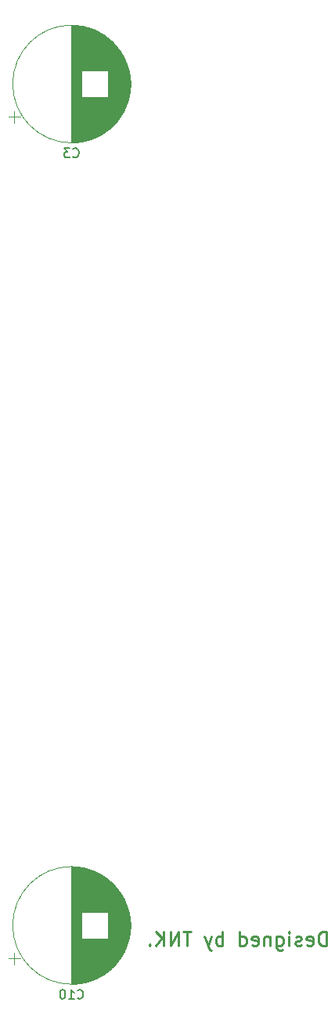
<source format=gbo>
G04 #@! TF.GenerationSoftware,KiCad,Pcbnew,(5.1.4)-1*
G04 #@! TF.CreationDate,2019-11-07T17:33:41+09:00*
G04 #@! TF.ProjectId,MotherBoard_PCIe,4d6f7468-6572-4426-9f61-72645f504349,rev?*
G04 #@! TF.SameCoordinates,Original*
G04 #@! TF.FileFunction,Legend,Bot*
G04 #@! TF.FilePolarity,Positive*
%FSLAX46Y46*%
G04 Gerber Fmt 4.6, Leading zero omitted, Abs format (unit mm)*
G04 Created by KiCad (PCBNEW (5.1.4)-1) date 2019-11-07 17:33:41*
%MOMM*%
%LPD*%
G04 APERTURE LIST*
%ADD10C,0.220000*%
%ADD11C,0.120000*%
%ADD12C,0.150000*%
G04 APERTURE END LIST*
D10*
X189535714Y-147678571D02*
X189535714Y-146178571D01*
X189178571Y-146178571D01*
X188964285Y-146250000D01*
X188821428Y-146392857D01*
X188750000Y-146535714D01*
X188678571Y-146821428D01*
X188678571Y-147035714D01*
X188750000Y-147321428D01*
X188821428Y-147464285D01*
X188964285Y-147607142D01*
X189178571Y-147678571D01*
X189535714Y-147678571D01*
X187464285Y-147607142D02*
X187607142Y-147678571D01*
X187892857Y-147678571D01*
X188035714Y-147607142D01*
X188107142Y-147464285D01*
X188107142Y-146892857D01*
X188035714Y-146750000D01*
X187892857Y-146678571D01*
X187607142Y-146678571D01*
X187464285Y-146750000D01*
X187392857Y-146892857D01*
X187392857Y-147035714D01*
X188107142Y-147178571D01*
X186821428Y-147607142D02*
X186678571Y-147678571D01*
X186392857Y-147678571D01*
X186250000Y-147607142D01*
X186178571Y-147464285D01*
X186178571Y-147392857D01*
X186250000Y-147250000D01*
X186392857Y-147178571D01*
X186607142Y-147178571D01*
X186750000Y-147107142D01*
X186821428Y-146964285D01*
X186821428Y-146892857D01*
X186750000Y-146750000D01*
X186607142Y-146678571D01*
X186392857Y-146678571D01*
X186250000Y-146750000D01*
X185535714Y-147678571D02*
X185535714Y-146678571D01*
X185535714Y-146178571D02*
X185607142Y-146250000D01*
X185535714Y-146321428D01*
X185464285Y-146250000D01*
X185535714Y-146178571D01*
X185535714Y-146321428D01*
X184178571Y-146678571D02*
X184178571Y-147892857D01*
X184250000Y-148035714D01*
X184321428Y-148107142D01*
X184464285Y-148178571D01*
X184678571Y-148178571D01*
X184821428Y-148107142D01*
X184178571Y-147607142D02*
X184321428Y-147678571D01*
X184607142Y-147678571D01*
X184750000Y-147607142D01*
X184821428Y-147535714D01*
X184892857Y-147392857D01*
X184892857Y-146964285D01*
X184821428Y-146821428D01*
X184750000Y-146750000D01*
X184607142Y-146678571D01*
X184321428Y-146678571D01*
X184178571Y-146750000D01*
X183464285Y-146678571D02*
X183464285Y-147678571D01*
X183464285Y-146821428D02*
X183392857Y-146750000D01*
X183250000Y-146678571D01*
X183035714Y-146678571D01*
X182892857Y-146750000D01*
X182821428Y-146892857D01*
X182821428Y-147678571D01*
X181535714Y-147607142D02*
X181678571Y-147678571D01*
X181964285Y-147678571D01*
X182107142Y-147607142D01*
X182178571Y-147464285D01*
X182178571Y-146892857D01*
X182107142Y-146750000D01*
X181964285Y-146678571D01*
X181678571Y-146678571D01*
X181535714Y-146750000D01*
X181464285Y-146892857D01*
X181464285Y-147035714D01*
X182178571Y-147178571D01*
X180178571Y-147678571D02*
X180178571Y-146178571D01*
X180178571Y-147607142D02*
X180321428Y-147678571D01*
X180607142Y-147678571D01*
X180750000Y-147607142D01*
X180821428Y-147535714D01*
X180892857Y-147392857D01*
X180892857Y-146964285D01*
X180821428Y-146821428D01*
X180750000Y-146750000D01*
X180607142Y-146678571D01*
X180321428Y-146678571D01*
X180178571Y-146750000D01*
X178321428Y-147678571D02*
X178321428Y-146178571D01*
X178321428Y-146750000D02*
X178178571Y-146678571D01*
X177892857Y-146678571D01*
X177750000Y-146750000D01*
X177678571Y-146821428D01*
X177607142Y-146964285D01*
X177607142Y-147392857D01*
X177678571Y-147535714D01*
X177750000Y-147607142D01*
X177892857Y-147678571D01*
X178178571Y-147678571D01*
X178321428Y-147607142D01*
X177107142Y-146678571D02*
X176750000Y-147678571D01*
X176392857Y-146678571D02*
X176750000Y-147678571D01*
X176892857Y-148035714D01*
X176964285Y-148107142D01*
X177107142Y-148178571D01*
X174892857Y-146178571D02*
X174035714Y-146178571D01*
X174464285Y-147678571D02*
X174464285Y-146178571D01*
X173535714Y-147678571D02*
X173535714Y-146178571D01*
X172678571Y-147678571D01*
X172678571Y-146178571D01*
X171964285Y-147678571D02*
X171964285Y-146178571D01*
X171107142Y-147678571D02*
X171750000Y-146821428D01*
X171107142Y-146178571D02*
X171964285Y-147035714D01*
X170464285Y-147535714D02*
X170392857Y-147607142D01*
X170464285Y-147678571D01*
X170535714Y-147607142D01*
X170464285Y-147535714D01*
X170464285Y-147678571D01*
D11*
X168370000Y-145500000D02*
G75*
G03X168370000Y-145500000I-6370000J0D01*
G01*
X162000000Y-151830000D02*
X162000000Y-139170000D01*
X162040000Y-151830000D02*
X162040000Y-139170000D01*
X162080000Y-151830000D02*
X162080000Y-139170000D01*
X162120000Y-151829000D02*
X162120000Y-139171000D01*
X162160000Y-151828000D02*
X162160000Y-139172000D01*
X162200000Y-151827000D02*
X162200000Y-139173000D01*
X162240000Y-151826000D02*
X162240000Y-139174000D01*
X162280000Y-151824000D02*
X162280000Y-139176000D01*
X162320000Y-151822000D02*
X162320000Y-139178000D01*
X162360000Y-151820000D02*
X162360000Y-139180000D01*
X162400000Y-151818000D02*
X162400000Y-139182000D01*
X162440000Y-151815000D02*
X162440000Y-139185000D01*
X162480000Y-151812000D02*
X162480000Y-139188000D01*
X162520000Y-151809000D02*
X162520000Y-139191000D01*
X162560000Y-151806000D02*
X162560000Y-139194000D01*
X162600000Y-151802000D02*
X162600000Y-139198000D01*
X162640000Y-151798000D02*
X162640000Y-139202000D01*
X162680000Y-151794000D02*
X162680000Y-139206000D01*
X162721000Y-151790000D02*
X162721000Y-139210000D01*
X162761000Y-151785000D02*
X162761000Y-139215000D01*
X162801000Y-151780000D02*
X162801000Y-139220000D01*
X162841000Y-151775000D02*
X162841000Y-139225000D01*
X162881000Y-151769000D02*
X162881000Y-139231000D01*
X162921000Y-151764000D02*
X162921000Y-139236000D01*
X162961000Y-151758000D02*
X162961000Y-139242000D01*
X163001000Y-151752000D02*
X163001000Y-139248000D01*
X163041000Y-151745000D02*
X163041000Y-139255000D01*
X163081000Y-151738000D02*
X163081000Y-146940000D01*
X163081000Y-144060000D02*
X163081000Y-139262000D01*
X163121000Y-151731000D02*
X163121000Y-146940000D01*
X163121000Y-144060000D02*
X163121000Y-139269000D01*
X163161000Y-151724000D02*
X163161000Y-146940000D01*
X163161000Y-144060000D02*
X163161000Y-139276000D01*
X163201000Y-151716000D02*
X163201000Y-146940000D01*
X163201000Y-144060000D02*
X163201000Y-139284000D01*
X163241000Y-151709000D02*
X163241000Y-146940000D01*
X163241000Y-144060000D02*
X163241000Y-139291000D01*
X163281000Y-151701000D02*
X163281000Y-146940000D01*
X163281000Y-144060000D02*
X163281000Y-139299000D01*
X163321000Y-151692000D02*
X163321000Y-146940000D01*
X163321000Y-144060000D02*
X163321000Y-139308000D01*
X163361000Y-151684000D02*
X163361000Y-146940000D01*
X163361000Y-144060000D02*
X163361000Y-139316000D01*
X163401000Y-151675000D02*
X163401000Y-146940000D01*
X163401000Y-144060000D02*
X163401000Y-139325000D01*
X163441000Y-151666000D02*
X163441000Y-146940000D01*
X163441000Y-144060000D02*
X163441000Y-139334000D01*
X163481000Y-151656000D02*
X163481000Y-146940000D01*
X163481000Y-144060000D02*
X163481000Y-139344000D01*
X163521000Y-151646000D02*
X163521000Y-146940000D01*
X163521000Y-144060000D02*
X163521000Y-139354000D01*
X163561000Y-151637000D02*
X163561000Y-146940000D01*
X163561000Y-144060000D02*
X163561000Y-139363000D01*
X163601000Y-151626000D02*
X163601000Y-146940000D01*
X163601000Y-144060000D02*
X163601000Y-139374000D01*
X163641000Y-151616000D02*
X163641000Y-146940000D01*
X163641000Y-144060000D02*
X163641000Y-139384000D01*
X163681000Y-151605000D02*
X163681000Y-146940000D01*
X163681000Y-144060000D02*
X163681000Y-139395000D01*
X163721000Y-151594000D02*
X163721000Y-146940000D01*
X163721000Y-144060000D02*
X163721000Y-139406000D01*
X163761000Y-151583000D02*
X163761000Y-146940000D01*
X163761000Y-144060000D02*
X163761000Y-139417000D01*
X163801000Y-151571000D02*
X163801000Y-146940000D01*
X163801000Y-144060000D02*
X163801000Y-139429000D01*
X163841000Y-151559000D02*
X163841000Y-146940000D01*
X163841000Y-144060000D02*
X163841000Y-139441000D01*
X163881000Y-151547000D02*
X163881000Y-146940000D01*
X163881000Y-144060000D02*
X163881000Y-139453000D01*
X163921000Y-151534000D02*
X163921000Y-146940000D01*
X163921000Y-144060000D02*
X163921000Y-139466000D01*
X163961000Y-151521000D02*
X163961000Y-146940000D01*
X163961000Y-144060000D02*
X163961000Y-139479000D01*
X164001000Y-151508000D02*
X164001000Y-146940000D01*
X164001000Y-144060000D02*
X164001000Y-139492000D01*
X164041000Y-151495000D02*
X164041000Y-146940000D01*
X164041000Y-144060000D02*
X164041000Y-139505000D01*
X164081000Y-151481000D02*
X164081000Y-146940000D01*
X164081000Y-144060000D02*
X164081000Y-139519000D01*
X164121000Y-151467000D02*
X164121000Y-146940000D01*
X164121000Y-144060000D02*
X164121000Y-139533000D01*
X164161000Y-151453000D02*
X164161000Y-146940000D01*
X164161000Y-144060000D02*
X164161000Y-139547000D01*
X164201000Y-151439000D02*
X164201000Y-146940000D01*
X164201000Y-144060000D02*
X164201000Y-139561000D01*
X164241000Y-151424000D02*
X164241000Y-146940000D01*
X164241000Y-144060000D02*
X164241000Y-139576000D01*
X164281000Y-151408000D02*
X164281000Y-146940000D01*
X164281000Y-144060000D02*
X164281000Y-139592000D01*
X164321000Y-151393000D02*
X164321000Y-146940000D01*
X164321000Y-144060000D02*
X164321000Y-139607000D01*
X164361000Y-151377000D02*
X164361000Y-146940000D01*
X164361000Y-144060000D02*
X164361000Y-139623000D01*
X164401000Y-151361000D02*
X164401000Y-146940000D01*
X164401000Y-144060000D02*
X164401000Y-139639000D01*
X164441000Y-151345000D02*
X164441000Y-146940000D01*
X164441000Y-144060000D02*
X164441000Y-139655000D01*
X164481000Y-151328000D02*
X164481000Y-146940000D01*
X164481000Y-144060000D02*
X164481000Y-139672000D01*
X164521000Y-151311000D02*
X164521000Y-146940000D01*
X164521000Y-144060000D02*
X164521000Y-139689000D01*
X164561000Y-151293000D02*
X164561000Y-146940000D01*
X164561000Y-144060000D02*
X164561000Y-139707000D01*
X164601000Y-151276000D02*
X164601000Y-146940000D01*
X164601000Y-144060000D02*
X164601000Y-139724000D01*
X164641000Y-151258000D02*
X164641000Y-146940000D01*
X164641000Y-144060000D02*
X164641000Y-139742000D01*
X164681000Y-151239000D02*
X164681000Y-146940000D01*
X164681000Y-144060000D02*
X164681000Y-139761000D01*
X164721000Y-151221000D02*
X164721000Y-146940000D01*
X164721000Y-144060000D02*
X164721000Y-139779000D01*
X164761000Y-151202000D02*
X164761000Y-146940000D01*
X164761000Y-144060000D02*
X164761000Y-139798000D01*
X164801000Y-151182000D02*
X164801000Y-146940000D01*
X164801000Y-144060000D02*
X164801000Y-139818000D01*
X164841000Y-151162000D02*
X164841000Y-146940000D01*
X164841000Y-144060000D02*
X164841000Y-139838000D01*
X164881000Y-151142000D02*
X164881000Y-146940000D01*
X164881000Y-144060000D02*
X164881000Y-139858000D01*
X164921000Y-151122000D02*
X164921000Y-146940000D01*
X164921000Y-144060000D02*
X164921000Y-139878000D01*
X164961000Y-151101000D02*
X164961000Y-146940000D01*
X164961000Y-144060000D02*
X164961000Y-139899000D01*
X165001000Y-151080000D02*
X165001000Y-146940000D01*
X165001000Y-144060000D02*
X165001000Y-139920000D01*
X165041000Y-151058000D02*
X165041000Y-146940000D01*
X165041000Y-144060000D02*
X165041000Y-139942000D01*
X165081000Y-151036000D02*
X165081000Y-146940000D01*
X165081000Y-144060000D02*
X165081000Y-139964000D01*
X165121000Y-151014000D02*
X165121000Y-146940000D01*
X165121000Y-144060000D02*
X165121000Y-139986000D01*
X165161000Y-150991000D02*
X165161000Y-146940000D01*
X165161000Y-144060000D02*
X165161000Y-140009000D01*
X165201000Y-150968000D02*
X165201000Y-146940000D01*
X165201000Y-144060000D02*
X165201000Y-140032000D01*
X165241000Y-150945000D02*
X165241000Y-146940000D01*
X165241000Y-144060000D02*
X165241000Y-140055000D01*
X165281000Y-150921000D02*
X165281000Y-146940000D01*
X165281000Y-144060000D02*
X165281000Y-140079000D01*
X165321000Y-150897000D02*
X165321000Y-146940000D01*
X165321000Y-144060000D02*
X165321000Y-140103000D01*
X165361000Y-150872000D02*
X165361000Y-146940000D01*
X165361000Y-144060000D02*
X165361000Y-140128000D01*
X165401000Y-150847000D02*
X165401000Y-146940000D01*
X165401000Y-144060000D02*
X165401000Y-140153000D01*
X165441000Y-150822000D02*
X165441000Y-146940000D01*
X165441000Y-144060000D02*
X165441000Y-140178000D01*
X165481000Y-150796000D02*
X165481000Y-146940000D01*
X165481000Y-144060000D02*
X165481000Y-140204000D01*
X165521000Y-150770000D02*
X165521000Y-146940000D01*
X165521000Y-144060000D02*
X165521000Y-140230000D01*
X165561000Y-150743000D02*
X165561000Y-146940000D01*
X165561000Y-144060000D02*
X165561000Y-140257000D01*
X165601000Y-150716000D02*
X165601000Y-146940000D01*
X165601000Y-144060000D02*
X165601000Y-140284000D01*
X165641000Y-150688000D02*
X165641000Y-146940000D01*
X165641000Y-144060000D02*
X165641000Y-140312000D01*
X165681000Y-150660000D02*
X165681000Y-146940000D01*
X165681000Y-144060000D02*
X165681000Y-140340000D01*
X165721000Y-150631000D02*
X165721000Y-146940000D01*
X165721000Y-144060000D02*
X165721000Y-140369000D01*
X165761000Y-150602000D02*
X165761000Y-146940000D01*
X165761000Y-144060000D02*
X165761000Y-140398000D01*
X165801000Y-150573000D02*
X165801000Y-146940000D01*
X165801000Y-144060000D02*
X165801000Y-140427000D01*
X165841000Y-150543000D02*
X165841000Y-146940000D01*
X165841000Y-144060000D02*
X165841000Y-140457000D01*
X165881000Y-150512000D02*
X165881000Y-146940000D01*
X165881000Y-144060000D02*
X165881000Y-140488000D01*
X165921000Y-150482000D02*
X165921000Y-146940000D01*
X165921000Y-144060000D02*
X165921000Y-140518000D01*
X165961000Y-150450000D02*
X165961000Y-140550000D01*
X166001000Y-150418000D02*
X166001000Y-140582000D01*
X166041000Y-150385000D02*
X166041000Y-140615000D01*
X166081000Y-150352000D02*
X166081000Y-140648000D01*
X166121000Y-150319000D02*
X166121000Y-140681000D01*
X166161000Y-150285000D02*
X166161000Y-140715000D01*
X166201000Y-150250000D02*
X166201000Y-140750000D01*
X166241000Y-150214000D02*
X166241000Y-140786000D01*
X166281000Y-150178000D02*
X166281000Y-140822000D01*
X166321000Y-150142000D02*
X166321000Y-140858000D01*
X166361000Y-150105000D02*
X166361000Y-140895000D01*
X166401000Y-150067000D02*
X166401000Y-140933000D01*
X166441000Y-150028000D02*
X166441000Y-140972000D01*
X166481000Y-149989000D02*
X166481000Y-141011000D01*
X166521000Y-149949000D02*
X166521000Y-141051000D01*
X166561000Y-149908000D02*
X166561000Y-141092000D01*
X166601000Y-149867000D02*
X166601000Y-141133000D01*
X166641000Y-149825000D02*
X166641000Y-141175000D01*
X166681000Y-149782000D02*
X166681000Y-141218000D01*
X166721000Y-149738000D02*
X166721000Y-141262000D01*
X166761000Y-149694000D02*
X166761000Y-141306000D01*
X166801000Y-149648000D02*
X166801000Y-141352000D01*
X166841000Y-149602000D02*
X166841000Y-141398000D01*
X166881000Y-149555000D02*
X166881000Y-141445000D01*
X166921000Y-149507000D02*
X166921000Y-141493000D01*
X166961000Y-149457000D02*
X166961000Y-141543000D01*
X167001000Y-149407000D02*
X167001000Y-141593000D01*
X167041000Y-149356000D02*
X167041000Y-141644000D01*
X167081000Y-149304000D02*
X167081000Y-141696000D01*
X167121000Y-149250000D02*
X167121000Y-141750000D01*
X167161000Y-149196000D02*
X167161000Y-141804000D01*
X167201000Y-149140000D02*
X167201000Y-141860000D01*
X167241000Y-149083000D02*
X167241000Y-141917000D01*
X167281000Y-149024000D02*
X167281000Y-141976000D01*
X167321000Y-148964000D02*
X167321000Y-142036000D01*
X167361000Y-148902000D02*
X167361000Y-142098000D01*
X167401000Y-148839000D02*
X167401000Y-142161000D01*
X167441000Y-148775000D02*
X167441000Y-142225000D01*
X167481000Y-148708000D02*
X167481000Y-142292000D01*
X167521000Y-148640000D02*
X167521000Y-142360000D01*
X167561000Y-148569000D02*
X167561000Y-142431000D01*
X167601000Y-148496000D02*
X167601000Y-142504000D01*
X167641000Y-148421000D02*
X167641000Y-142579000D01*
X167681000Y-148344000D02*
X167681000Y-142656000D01*
X167721000Y-148264000D02*
X167721000Y-142736000D01*
X167761000Y-148181000D02*
X167761000Y-142819000D01*
X167801000Y-148094000D02*
X167801000Y-142906000D01*
X167841000Y-148004000D02*
X167841000Y-142996000D01*
X167881000Y-147910000D02*
X167881000Y-143090000D01*
X167921000Y-147812000D02*
X167921000Y-143188000D01*
X167961000Y-147709000D02*
X167961000Y-143291000D01*
X168001000Y-147600000D02*
X168001000Y-143400000D01*
X168041000Y-147484000D02*
X168041000Y-143516000D01*
X168081000Y-147361000D02*
X168081000Y-143639000D01*
X168121000Y-147228000D02*
X168121000Y-143772000D01*
X168161000Y-147083000D02*
X168161000Y-143917000D01*
X168201000Y-146922000D02*
X168201000Y-144078000D01*
X168241000Y-146741000D02*
X168241000Y-144259000D01*
X168281000Y-146528000D02*
X168281000Y-144472000D01*
X168321000Y-146257000D02*
X168321000Y-144743000D01*
X168361000Y-145817000D02*
X168361000Y-145183000D01*
X155182918Y-149075000D02*
X156432918Y-149075000D01*
X155807918Y-149700000D02*
X155807918Y-148450000D01*
X168370000Y-54500000D02*
G75*
G03X168370000Y-54500000I-6370000J0D01*
G01*
X162000000Y-60830000D02*
X162000000Y-48170000D01*
X162040000Y-60830000D02*
X162040000Y-48170000D01*
X162080000Y-60830000D02*
X162080000Y-48170000D01*
X162120000Y-60829000D02*
X162120000Y-48171000D01*
X162160000Y-60828000D02*
X162160000Y-48172000D01*
X162200000Y-60827000D02*
X162200000Y-48173000D01*
X162240000Y-60826000D02*
X162240000Y-48174000D01*
X162280000Y-60824000D02*
X162280000Y-48176000D01*
X162320000Y-60822000D02*
X162320000Y-48178000D01*
X162360000Y-60820000D02*
X162360000Y-48180000D01*
X162400000Y-60818000D02*
X162400000Y-48182000D01*
X162440000Y-60815000D02*
X162440000Y-48185000D01*
X162480000Y-60812000D02*
X162480000Y-48188000D01*
X162520000Y-60809000D02*
X162520000Y-48191000D01*
X162560000Y-60806000D02*
X162560000Y-48194000D01*
X162600000Y-60802000D02*
X162600000Y-48198000D01*
X162640000Y-60798000D02*
X162640000Y-48202000D01*
X162680000Y-60794000D02*
X162680000Y-48206000D01*
X162721000Y-60790000D02*
X162721000Y-48210000D01*
X162761000Y-60785000D02*
X162761000Y-48215000D01*
X162801000Y-60780000D02*
X162801000Y-48220000D01*
X162841000Y-60775000D02*
X162841000Y-48225000D01*
X162881000Y-60769000D02*
X162881000Y-48231000D01*
X162921000Y-60764000D02*
X162921000Y-48236000D01*
X162961000Y-60758000D02*
X162961000Y-48242000D01*
X163001000Y-60752000D02*
X163001000Y-48248000D01*
X163041000Y-60745000D02*
X163041000Y-48255000D01*
X163081000Y-60738000D02*
X163081000Y-55940000D01*
X163081000Y-53060000D02*
X163081000Y-48262000D01*
X163121000Y-60731000D02*
X163121000Y-55940000D01*
X163121000Y-53060000D02*
X163121000Y-48269000D01*
X163161000Y-60724000D02*
X163161000Y-55940000D01*
X163161000Y-53060000D02*
X163161000Y-48276000D01*
X163201000Y-60716000D02*
X163201000Y-55940000D01*
X163201000Y-53060000D02*
X163201000Y-48284000D01*
X163241000Y-60709000D02*
X163241000Y-55940000D01*
X163241000Y-53060000D02*
X163241000Y-48291000D01*
X163281000Y-60701000D02*
X163281000Y-55940000D01*
X163281000Y-53060000D02*
X163281000Y-48299000D01*
X163321000Y-60692000D02*
X163321000Y-55940000D01*
X163321000Y-53060000D02*
X163321000Y-48308000D01*
X163361000Y-60684000D02*
X163361000Y-55940000D01*
X163361000Y-53060000D02*
X163361000Y-48316000D01*
X163401000Y-60675000D02*
X163401000Y-55940000D01*
X163401000Y-53060000D02*
X163401000Y-48325000D01*
X163441000Y-60666000D02*
X163441000Y-55940000D01*
X163441000Y-53060000D02*
X163441000Y-48334000D01*
X163481000Y-60656000D02*
X163481000Y-55940000D01*
X163481000Y-53060000D02*
X163481000Y-48344000D01*
X163521000Y-60646000D02*
X163521000Y-55940000D01*
X163521000Y-53060000D02*
X163521000Y-48354000D01*
X163561000Y-60637000D02*
X163561000Y-55940000D01*
X163561000Y-53060000D02*
X163561000Y-48363000D01*
X163601000Y-60626000D02*
X163601000Y-55940000D01*
X163601000Y-53060000D02*
X163601000Y-48374000D01*
X163641000Y-60616000D02*
X163641000Y-55940000D01*
X163641000Y-53060000D02*
X163641000Y-48384000D01*
X163681000Y-60605000D02*
X163681000Y-55940000D01*
X163681000Y-53060000D02*
X163681000Y-48395000D01*
X163721000Y-60594000D02*
X163721000Y-55940000D01*
X163721000Y-53060000D02*
X163721000Y-48406000D01*
X163761000Y-60583000D02*
X163761000Y-55940000D01*
X163761000Y-53060000D02*
X163761000Y-48417000D01*
X163801000Y-60571000D02*
X163801000Y-55940000D01*
X163801000Y-53060000D02*
X163801000Y-48429000D01*
X163841000Y-60559000D02*
X163841000Y-55940000D01*
X163841000Y-53060000D02*
X163841000Y-48441000D01*
X163881000Y-60547000D02*
X163881000Y-55940000D01*
X163881000Y-53060000D02*
X163881000Y-48453000D01*
X163921000Y-60534000D02*
X163921000Y-55940000D01*
X163921000Y-53060000D02*
X163921000Y-48466000D01*
X163961000Y-60521000D02*
X163961000Y-55940000D01*
X163961000Y-53060000D02*
X163961000Y-48479000D01*
X164001000Y-60508000D02*
X164001000Y-55940000D01*
X164001000Y-53060000D02*
X164001000Y-48492000D01*
X164041000Y-60495000D02*
X164041000Y-55940000D01*
X164041000Y-53060000D02*
X164041000Y-48505000D01*
X164081000Y-60481000D02*
X164081000Y-55940000D01*
X164081000Y-53060000D02*
X164081000Y-48519000D01*
X164121000Y-60467000D02*
X164121000Y-55940000D01*
X164121000Y-53060000D02*
X164121000Y-48533000D01*
X164161000Y-60453000D02*
X164161000Y-55940000D01*
X164161000Y-53060000D02*
X164161000Y-48547000D01*
X164201000Y-60439000D02*
X164201000Y-55940000D01*
X164201000Y-53060000D02*
X164201000Y-48561000D01*
X164241000Y-60424000D02*
X164241000Y-55940000D01*
X164241000Y-53060000D02*
X164241000Y-48576000D01*
X164281000Y-60408000D02*
X164281000Y-55940000D01*
X164281000Y-53060000D02*
X164281000Y-48592000D01*
X164321000Y-60393000D02*
X164321000Y-55940000D01*
X164321000Y-53060000D02*
X164321000Y-48607000D01*
X164361000Y-60377000D02*
X164361000Y-55940000D01*
X164361000Y-53060000D02*
X164361000Y-48623000D01*
X164401000Y-60361000D02*
X164401000Y-55940000D01*
X164401000Y-53060000D02*
X164401000Y-48639000D01*
X164441000Y-60345000D02*
X164441000Y-55940000D01*
X164441000Y-53060000D02*
X164441000Y-48655000D01*
X164481000Y-60328000D02*
X164481000Y-55940000D01*
X164481000Y-53060000D02*
X164481000Y-48672000D01*
X164521000Y-60311000D02*
X164521000Y-55940000D01*
X164521000Y-53060000D02*
X164521000Y-48689000D01*
X164561000Y-60293000D02*
X164561000Y-55940000D01*
X164561000Y-53060000D02*
X164561000Y-48707000D01*
X164601000Y-60276000D02*
X164601000Y-55940000D01*
X164601000Y-53060000D02*
X164601000Y-48724000D01*
X164641000Y-60258000D02*
X164641000Y-55940000D01*
X164641000Y-53060000D02*
X164641000Y-48742000D01*
X164681000Y-60239000D02*
X164681000Y-55940000D01*
X164681000Y-53060000D02*
X164681000Y-48761000D01*
X164721000Y-60221000D02*
X164721000Y-55940000D01*
X164721000Y-53060000D02*
X164721000Y-48779000D01*
X164761000Y-60202000D02*
X164761000Y-55940000D01*
X164761000Y-53060000D02*
X164761000Y-48798000D01*
X164801000Y-60182000D02*
X164801000Y-55940000D01*
X164801000Y-53060000D02*
X164801000Y-48818000D01*
X164841000Y-60162000D02*
X164841000Y-55940000D01*
X164841000Y-53060000D02*
X164841000Y-48838000D01*
X164881000Y-60142000D02*
X164881000Y-55940000D01*
X164881000Y-53060000D02*
X164881000Y-48858000D01*
X164921000Y-60122000D02*
X164921000Y-55940000D01*
X164921000Y-53060000D02*
X164921000Y-48878000D01*
X164961000Y-60101000D02*
X164961000Y-55940000D01*
X164961000Y-53060000D02*
X164961000Y-48899000D01*
X165001000Y-60080000D02*
X165001000Y-55940000D01*
X165001000Y-53060000D02*
X165001000Y-48920000D01*
X165041000Y-60058000D02*
X165041000Y-55940000D01*
X165041000Y-53060000D02*
X165041000Y-48942000D01*
X165081000Y-60036000D02*
X165081000Y-55940000D01*
X165081000Y-53060000D02*
X165081000Y-48964000D01*
X165121000Y-60014000D02*
X165121000Y-55940000D01*
X165121000Y-53060000D02*
X165121000Y-48986000D01*
X165161000Y-59991000D02*
X165161000Y-55940000D01*
X165161000Y-53060000D02*
X165161000Y-49009000D01*
X165201000Y-59968000D02*
X165201000Y-55940000D01*
X165201000Y-53060000D02*
X165201000Y-49032000D01*
X165241000Y-59945000D02*
X165241000Y-55940000D01*
X165241000Y-53060000D02*
X165241000Y-49055000D01*
X165281000Y-59921000D02*
X165281000Y-55940000D01*
X165281000Y-53060000D02*
X165281000Y-49079000D01*
X165321000Y-59897000D02*
X165321000Y-55940000D01*
X165321000Y-53060000D02*
X165321000Y-49103000D01*
X165361000Y-59872000D02*
X165361000Y-55940000D01*
X165361000Y-53060000D02*
X165361000Y-49128000D01*
X165401000Y-59847000D02*
X165401000Y-55940000D01*
X165401000Y-53060000D02*
X165401000Y-49153000D01*
X165441000Y-59822000D02*
X165441000Y-55940000D01*
X165441000Y-53060000D02*
X165441000Y-49178000D01*
X165481000Y-59796000D02*
X165481000Y-55940000D01*
X165481000Y-53060000D02*
X165481000Y-49204000D01*
X165521000Y-59770000D02*
X165521000Y-55940000D01*
X165521000Y-53060000D02*
X165521000Y-49230000D01*
X165561000Y-59743000D02*
X165561000Y-55940000D01*
X165561000Y-53060000D02*
X165561000Y-49257000D01*
X165601000Y-59716000D02*
X165601000Y-55940000D01*
X165601000Y-53060000D02*
X165601000Y-49284000D01*
X165641000Y-59688000D02*
X165641000Y-55940000D01*
X165641000Y-53060000D02*
X165641000Y-49312000D01*
X165681000Y-59660000D02*
X165681000Y-55940000D01*
X165681000Y-53060000D02*
X165681000Y-49340000D01*
X165721000Y-59631000D02*
X165721000Y-55940000D01*
X165721000Y-53060000D02*
X165721000Y-49369000D01*
X165761000Y-59602000D02*
X165761000Y-55940000D01*
X165761000Y-53060000D02*
X165761000Y-49398000D01*
X165801000Y-59573000D02*
X165801000Y-55940000D01*
X165801000Y-53060000D02*
X165801000Y-49427000D01*
X165841000Y-59543000D02*
X165841000Y-55940000D01*
X165841000Y-53060000D02*
X165841000Y-49457000D01*
X165881000Y-59512000D02*
X165881000Y-55940000D01*
X165881000Y-53060000D02*
X165881000Y-49488000D01*
X165921000Y-59482000D02*
X165921000Y-55940000D01*
X165921000Y-53060000D02*
X165921000Y-49518000D01*
X165961000Y-59450000D02*
X165961000Y-49550000D01*
X166001000Y-59418000D02*
X166001000Y-49582000D01*
X166041000Y-59385000D02*
X166041000Y-49615000D01*
X166081000Y-59352000D02*
X166081000Y-49648000D01*
X166121000Y-59319000D02*
X166121000Y-49681000D01*
X166161000Y-59285000D02*
X166161000Y-49715000D01*
X166201000Y-59250000D02*
X166201000Y-49750000D01*
X166241000Y-59214000D02*
X166241000Y-49786000D01*
X166281000Y-59178000D02*
X166281000Y-49822000D01*
X166321000Y-59142000D02*
X166321000Y-49858000D01*
X166361000Y-59105000D02*
X166361000Y-49895000D01*
X166401000Y-59067000D02*
X166401000Y-49933000D01*
X166441000Y-59028000D02*
X166441000Y-49972000D01*
X166481000Y-58989000D02*
X166481000Y-50011000D01*
X166521000Y-58949000D02*
X166521000Y-50051000D01*
X166561000Y-58908000D02*
X166561000Y-50092000D01*
X166601000Y-58867000D02*
X166601000Y-50133000D01*
X166641000Y-58825000D02*
X166641000Y-50175000D01*
X166681000Y-58782000D02*
X166681000Y-50218000D01*
X166721000Y-58738000D02*
X166721000Y-50262000D01*
X166761000Y-58694000D02*
X166761000Y-50306000D01*
X166801000Y-58648000D02*
X166801000Y-50352000D01*
X166841000Y-58602000D02*
X166841000Y-50398000D01*
X166881000Y-58555000D02*
X166881000Y-50445000D01*
X166921000Y-58507000D02*
X166921000Y-50493000D01*
X166961000Y-58457000D02*
X166961000Y-50543000D01*
X167001000Y-58407000D02*
X167001000Y-50593000D01*
X167041000Y-58356000D02*
X167041000Y-50644000D01*
X167081000Y-58304000D02*
X167081000Y-50696000D01*
X167121000Y-58250000D02*
X167121000Y-50750000D01*
X167161000Y-58196000D02*
X167161000Y-50804000D01*
X167201000Y-58140000D02*
X167201000Y-50860000D01*
X167241000Y-58083000D02*
X167241000Y-50917000D01*
X167281000Y-58024000D02*
X167281000Y-50976000D01*
X167321000Y-57964000D02*
X167321000Y-51036000D01*
X167361000Y-57902000D02*
X167361000Y-51098000D01*
X167401000Y-57839000D02*
X167401000Y-51161000D01*
X167441000Y-57775000D02*
X167441000Y-51225000D01*
X167481000Y-57708000D02*
X167481000Y-51292000D01*
X167521000Y-57640000D02*
X167521000Y-51360000D01*
X167561000Y-57569000D02*
X167561000Y-51431000D01*
X167601000Y-57496000D02*
X167601000Y-51504000D01*
X167641000Y-57421000D02*
X167641000Y-51579000D01*
X167681000Y-57344000D02*
X167681000Y-51656000D01*
X167721000Y-57264000D02*
X167721000Y-51736000D01*
X167761000Y-57181000D02*
X167761000Y-51819000D01*
X167801000Y-57094000D02*
X167801000Y-51906000D01*
X167841000Y-57004000D02*
X167841000Y-51996000D01*
X167881000Y-56910000D02*
X167881000Y-52090000D01*
X167921000Y-56812000D02*
X167921000Y-52188000D01*
X167961000Y-56709000D02*
X167961000Y-52291000D01*
X168001000Y-56600000D02*
X168001000Y-52400000D01*
X168041000Y-56484000D02*
X168041000Y-52516000D01*
X168081000Y-56361000D02*
X168081000Y-52639000D01*
X168121000Y-56228000D02*
X168121000Y-52772000D01*
X168161000Y-56083000D02*
X168161000Y-52917000D01*
X168201000Y-55922000D02*
X168201000Y-53078000D01*
X168241000Y-55741000D02*
X168241000Y-53259000D01*
X168281000Y-55528000D02*
X168281000Y-53472000D01*
X168321000Y-55257000D02*
X168321000Y-53743000D01*
X168361000Y-54817000D02*
X168361000Y-54183000D01*
X155182918Y-58075000D02*
X156432918Y-58075000D01*
X155807918Y-58700000D02*
X155807918Y-57450000D01*
D12*
X162642857Y-153357142D02*
X162690476Y-153404761D01*
X162833333Y-153452380D01*
X162928571Y-153452380D01*
X163071428Y-153404761D01*
X163166666Y-153309523D01*
X163214285Y-153214285D01*
X163261904Y-153023809D01*
X163261904Y-152880952D01*
X163214285Y-152690476D01*
X163166666Y-152595238D01*
X163071428Y-152500000D01*
X162928571Y-152452380D01*
X162833333Y-152452380D01*
X162690476Y-152500000D01*
X162642857Y-152547619D01*
X161690476Y-153452380D02*
X162261904Y-153452380D01*
X161976190Y-153452380D02*
X161976190Y-152452380D01*
X162071428Y-152595238D01*
X162166666Y-152690476D01*
X162261904Y-152738095D01*
X161071428Y-152452380D02*
X160976190Y-152452380D01*
X160880952Y-152500000D01*
X160833333Y-152547619D01*
X160785714Y-152642857D01*
X160738095Y-152833333D01*
X160738095Y-153071428D01*
X160785714Y-153261904D01*
X160833333Y-153357142D01*
X160880952Y-153404761D01*
X160976190Y-153452380D01*
X161071428Y-153452380D01*
X161166666Y-153404761D01*
X161214285Y-153357142D01*
X161261904Y-153261904D01*
X161309523Y-153071428D01*
X161309523Y-152833333D01*
X161261904Y-152642857D01*
X161214285Y-152547619D01*
X161166666Y-152500000D01*
X161071428Y-152452380D01*
X162166666Y-62357142D02*
X162214285Y-62404761D01*
X162357142Y-62452380D01*
X162452380Y-62452380D01*
X162595238Y-62404761D01*
X162690476Y-62309523D01*
X162738095Y-62214285D01*
X162785714Y-62023809D01*
X162785714Y-61880952D01*
X162738095Y-61690476D01*
X162690476Y-61595238D01*
X162595238Y-61500000D01*
X162452380Y-61452380D01*
X162357142Y-61452380D01*
X162214285Y-61500000D01*
X162166666Y-61547619D01*
X161833333Y-61452380D02*
X161214285Y-61452380D01*
X161547619Y-61833333D01*
X161404761Y-61833333D01*
X161309523Y-61880952D01*
X161261904Y-61928571D01*
X161214285Y-62023809D01*
X161214285Y-62261904D01*
X161261904Y-62357142D01*
X161309523Y-62404761D01*
X161404761Y-62452380D01*
X161690476Y-62452380D01*
X161785714Y-62404761D01*
X161833333Y-62357142D01*
M02*

</source>
